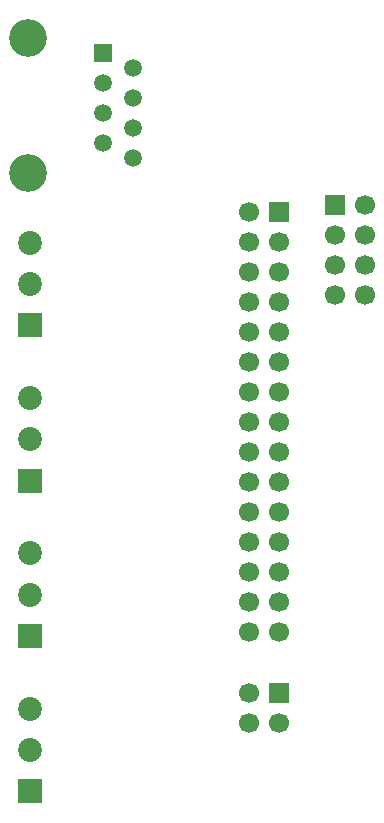
<source format=gbr>
%TF.GenerationSoftware,KiCad,Pcbnew,9.0.1*%
%TF.CreationDate,2025-09-29T10:12:09-04:00*%
%TF.ProjectId,LP_breakout,4c505f62-7265-4616-9b6f-75742e6b6963,rev?*%
%TF.SameCoordinates,Original*%
%TF.FileFunction,Soldermask,Top*%
%TF.FilePolarity,Negative*%
%FSLAX46Y46*%
G04 Gerber Fmt 4.6, Leading zero omitted, Abs format (unit mm)*
G04 Created by KiCad (PCBNEW 9.0.1) date 2025-09-29 10:12:09*
%MOMM*%
%LPD*%
G01*
G04 APERTURE LIST*
%ADD10R,2.025000X2.025000*%
%ADD11C,2.025000*%
%ADD12C,3.200000*%
%ADD13R,1.500000X1.500000*%
%ADD14C,1.500000*%
%ADD15R,1.700000X1.700000*%
%ADD16C,1.700000*%
G04 APERTURE END LIST*
D10*
%TO.C,J9*%
X81880000Y-97368000D03*
D11*
X81880000Y-93868000D03*
X81880000Y-90368000D03*
%TD*%
D10*
%TO.C,J7*%
X81880000Y-71068000D03*
D11*
X81880000Y-67568000D03*
X81880000Y-64068000D03*
%TD*%
D12*
%TO.C,J1*%
X81750000Y-33598500D03*
X81750000Y-45028500D03*
D13*
X88100000Y-34868500D03*
D14*
X90640000Y-36138500D03*
X88100000Y-37408500D03*
X90640000Y-38678500D03*
X88100000Y-39948500D03*
X90640000Y-41218500D03*
X88100000Y-42488500D03*
X90640000Y-43758500D03*
%TD*%
D10*
%TO.C,J8*%
X81880000Y-84218000D03*
D11*
X81880000Y-80718000D03*
X81880000Y-77218000D03*
%TD*%
D10*
%TO.C,J6*%
X81880000Y-57918000D03*
D11*
X81880000Y-54418000D03*
X81880000Y-50918000D03*
%TD*%
D15*
%TO.C,J3*%
X107750000Y-47710000D03*
D16*
X110290000Y-47710000D03*
X107750000Y-50250000D03*
X110290000Y-50250000D03*
X107750000Y-52790000D03*
X110290000Y-52790000D03*
X107750000Y-55330000D03*
X110290000Y-55330000D03*
%TD*%
D15*
%TO.C,J4*%
X103000000Y-48350000D03*
D16*
X100460000Y-48350000D03*
X103000000Y-50890000D03*
X100460000Y-50890000D03*
X103000000Y-53430000D03*
X100460000Y-53430000D03*
X103000000Y-55970000D03*
X100460000Y-55970000D03*
X103000000Y-58510000D03*
X100460000Y-58510000D03*
X103000000Y-61050000D03*
X100460000Y-61050000D03*
X103000000Y-63590000D03*
X100460000Y-63590000D03*
X103000000Y-66130000D03*
X100460000Y-66130000D03*
X103000000Y-68670000D03*
X100460000Y-68670000D03*
X103000000Y-71210000D03*
X100460000Y-71210000D03*
X103000000Y-73750000D03*
X100460000Y-73750000D03*
X103000000Y-76290000D03*
X100460000Y-76290000D03*
X103000000Y-78830000D03*
X100460000Y-78830000D03*
X103000000Y-81370000D03*
X100460000Y-81370000D03*
X103000000Y-83910000D03*
X100460000Y-83910000D03*
%TD*%
D15*
%TO.C,J5*%
X103000000Y-89000000D03*
D16*
X100460000Y-89000000D03*
X103000000Y-91540000D03*
X100460000Y-91540000D03*
%TD*%
M02*

</source>
